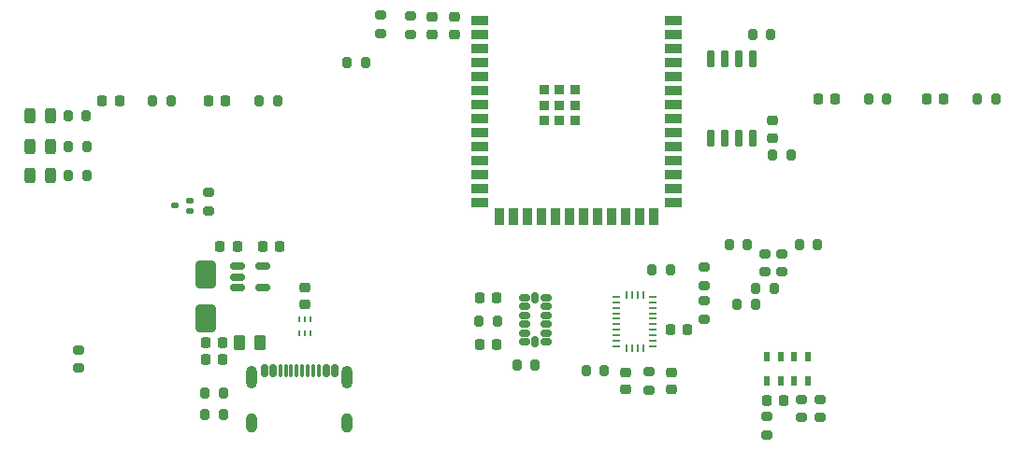
<source format=gtp>
G04 #@! TF.GenerationSoftware,KiCad,Pcbnew,8.0.5*
G04 #@! TF.CreationDate,2024-11-13T12:29:25-06:00*
G04 #@! TF.ProjectId,APG_Sensor_Test_Board,4150475f-5365-46e7-936f-725f54657374,rev?*
G04 #@! TF.SameCoordinates,Original*
G04 #@! TF.FileFunction,Paste,Top*
G04 #@! TF.FilePolarity,Positive*
%FSLAX46Y46*%
G04 Gerber Fmt 4.6, Leading zero omitted, Abs format (unit mm)*
G04 Created by KiCad (PCBNEW 8.0.5) date 2024-11-13 12:29:25*
%MOMM*%
%LPD*%
G01*
G04 APERTURE LIST*
G04 Aperture macros list*
%AMRoundRect*
0 Rectangle with rounded corners*
0 $1 Rounding radius*
0 $2 $3 $4 $5 $6 $7 $8 $9 X,Y pos of 4 corners*
0 Add a 4 corners polygon primitive as box body*
4,1,4,$2,$3,$4,$5,$6,$7,$8,$9,$2,$3,0*
0 Add four circle primitives for the rounded corners*
1,1,$1+$1,$2,$3*
1,1,$1+$1,$4,$5*
1,1,$1+$1,$6,$7*
1,1,$1+$1,$8,$9*
0 Add four rect primitives between the rounded corners*
20,1,$1+$1,$2,$3,$4,$5,0*
20,1,$1+$1,$4,$5,$6,$7,0*
20,1,$1+$1,$6,$7,$8,$9,0*
20,1,$1+$1,$8,$9,$2,$3,0*%
G04 Aperture macros list end*
%ADD10RoundRect,0.150000X-0.150000X0.650000X-0.150000X-0.650000X0.150000X-0.650000X0.150000X0.650000X0*%
%ADD11RoundRect,0.200000X0.200000X0.275000X-0.200000X0.275000X-0.200000X-0.275000X0.200000X-0.275000X0*%
%ADD12RoundRect,0.050000X0.050000X-0.190000X0.050000X0.190000X-0.050000X0.190000X-0.050000X-0.190000X0*%
%ADD13RoundRect,0.150000X-0.325000X-0.150000X0.325000X-0.150000X0.325000X0.150000X-0.325000X0.150000X0*%
%ADD14RoundRect,0.150000X-0.150000X-0.325000X0.150000X-0.325000X0.150000X0.325000X-0.150000X0.325000X0*%
%ADD15RoundRect,0.200000X-0.200000X-0.275000X0.200000X-0.275000X0.200000X0.275000X-0.200000X0.275000X0*%
%ADD16RoundRect,0.150000X-0.150000X-0.425000X0.150000X-0.425000X0.150000X0.425000X-0.150000X0.425000X0*%
%ADD17RoundRect,0.075000X-0.075000X-0.500000X0.075000X-0.500000X0.075000X0.500000X-0.075000X0.500000X0*%
%ADD18O,1.000000X2.100000*%
%ADD19O,1.000000X1.800000*%
%ADD20RoundRect,0.225000X0.225000X0.250000X-0.225000X0.250000X-0.225000X-0.250000X0.225000X-0.250000X0*%
%ADD21RoundRect,0.200000X-0.275000X0.200000X-0.275000X-0.200000X0.275000X-0.200000X0.275000X0.200000X0*%
%ADD22RoundRect,0.225000X-0.250000X0.225000X-0.250000X-0.225000X0.250000X-0.225000X0.250000X0.225000X0*%
%ADD23R,0.550000X0.950000*%
%ADD24RoundRect,0.250000X0.262500X0.450000X-0.262500X0.450000X-0.262500X-0.450000X0.262500X-0.450000X0*%
%ADD25RoundRect,0.150000X-0.512500X-0.150000X0.512500X-0.150000X0.512500X0.150000X-0.512500X0.150000X0*%
%ADD26RoundRect,0.200000X0.275000X-0.200000X0.275000X0.200000X-0.275000X0.200000X-0.275000X-0.200000X0*%
%ADD27RoundRect,0.225000X0.250000X-0.225000X0.250000X0.225000X-0.250000X0.225000X-0.250000X-0.225000X0*%
%ADD28RoundRect,0.243750X0.243750X0.456250X-0.243750X0.456250X-0.243750X-0.456250X0.243750X-0.456250X0*%
%ADD29RoundRect,0.125000X0.175000X0.125000X-0.175000X0.125000X-0.175000X-0.125000X0.175000X-0.125000X0*%
%ADD30RoundRect,0.225000X-0.225000X-0.250000X0.225000X-0.250000X0.225000X0.250000X-0.225000X0.250000X0*%
%ADD31R,0.675000X0.254000*%
%ADD32R,0.254000X0.675000*%
%ADD33RoundRect,0.250000X-0.650000X1.000000X-0.650000X-1.000000X0.650000X-1.000000X0.650000X1.000000X0*%
%ADD34R,0.900000X0.900000*%
%ADD35R,1.500000X0.900000*%
%ADD36R,0.900000X1.500000*%
G04 APERTURE END LIST*
D10*
X165205000Y-54950000D03*
X163935000Y-54950000D03*
X162665000Y-54950000D03*
X161395000Y-54950000D03*
X161395000Y-62150000D03*
X162665000Y-62150000D03*
X163935000Y-62150000D03*
X165205000Y-62150000D03*
D11*
X165450000Y-77275000D03*
X163800000Y-77275000D03*
D12*
X124200000Y-79900000D03*
X124700000Y-79900000D03*
X125200000Y-79900000D03*
X125200000Y-78600000D03*
X124700000Y-78600000D03*
X124200000Y-78600000D03*
D13*
X144550000Y-76650000D03*
X144550000Y-77450000D03*
X144550000Y-78250000D03*
X144550000Y-79050000D03*
X144550000Y-79850000D03*
X144550000Y-80650000D03*
D14*
X145550000Y-80650000D03*
D13*
X146550000Y-80650000D03*
X146550000Y-79850000D03*
X146550000Y-79050000D03*
X146550000Y-78250000D03*
X146550000Y-77450000D03*
X146550000Y-76650000D03*
D14*
X145550000Y-76650000D03*
D15*
X163100000Y-71800000D03*
X164750000Y-71800000D03*
D16*
X121000000Y-83270000D03*
X121800000Y-83270000D03*
D17*
X122950000Y-83270000D03*
X123950000Y-83270000D03*
X124450000Y-83270000D03*
X125450000Y-83270000D03*
D16*
X126600000Y-83270000D03*
X127400000Y-83270000D03*
X127400000Y-83270000D03*
X126600000Y-83270000D03*
D17*
X125950000Y-83270000D03*
X124950000Y-83270000D03*
X123450000Y-83270000D03*
X122450000Y-83270000D03*
D16*
X121800000Y-83270000D03*
X121000000Y-83270000D03*
D18*
X119880000Y-83845000D03*
D19*
X119880000Y-88025000D03*
D18*
X128520000Y-83845000D03*
D19*
X128520000Y-88025000D03*
D11*
X171100000Y-71800000D03*
X169450000Y-71800000D03*
D15*
X143900000Y-82700000D03*
X145550000Y-82700000D03*
D20*
X142025000Y-76650000D03*
X140475000Y-76650000D03*
D21*
X171300000Y-85875000D03*
X171300000Y-87525000D03*
D11*
X122212500Y-58750000D03*
X120562500Y-58750000D03*
X166855000Y-52750000D03*
X165205000Y-52750000D03*
D20*
X117525000Y-58750000D03*
X115975000Y-58750000D03*
D11*
X168700000Y-63650000D03*
X167050000Y-63650000D03*
D22*
X138208332Y-51200000D03*
X138208332Y-52750000D03*
D21*
X160850000Y-73875000D03*
X160850000Y-75525000D03*
D23*
X166500000Y-84150000D03*
X167750000Y-84150000D03*
X169000000Y-84150000D03*
X170250000Y-84150000D03*
X170250000Y-82000000D03*
X169000000Y-82000000D03*
X167750000Y-82000000D03*
X166500000Y-82000000D03*
D24*
X120612500Y-80750000D03*
X118787500Y-80750000D03*
D21*
X116000000Y-67100000D03*
X116000000Y-68750000D03*
D11*
X157775000Y-74100000D03*
X156125000Y-74100000D03*
D25*
X118562500Y-73800000D03*
X118562500Y-74750000D03*
X118562500Y-75700000D03*
X120837500Y-75700000D03*
X120837500Y-73800000D03*
D11*
X117275000Y-87250000D03*
X115625000Y-87250000D03*
D22*
X153750000Y-83425000D03*
X153750000Y-84975000D03*
D26*
X169650000Y-87525000D03*
X169650000Y-85875000D03*
D21*
X134250000Y-51100000D03*
X134250000Y-52750000D03*
D27*
X167050000Y-62150000D03*
X167050000Y-60600000D03*
D20*
X118562500Y-72000000D03*
X117012500Y-72000000D03*
D11*
X104925000Y-62900000D03*
X103275000Y-62900000D03*
D26*
X160850000Y-78575000D03*
X160850000Y-76925000D03*
X166500000Y-89075000D03*
X166500000Y-87425000D03*
D11*
X187225000Y-58650000D03*
X185575000Y-58650000D03*
D28*
X101687500Y-62900000D03*
X99812500Y-62900000D03*
D21*
X167875000Y-72650000D03*
X167875000Y-74300000D03*
D11*
X151775000Y-83250000D03*
X150125000Y-83250000D03*
D29*
X114250000Y-68800000D03*
X114250000Y-67800000D03*
X112950000Y-68300000D03*
D30*
X157775000Y-79550000D03*
X159325000Y-79550000D03*
D20*
X182525000Y-58650000D03*
X180975000Y-58650000D03*
D28*
X101687500Y-65550000D03*
X99812500Y-65550000D03*
D20*
X117225000Y-82250000D03*
X115675000Y-82250000D03*
D15*
X128502500Y-55290000D03*
X130152500Y-55290000D03*
D26*
X131500000Y-52675000D03*
X131500000Y-51025000D03*
D22*
X124700000Y-75725000D03*
X124700000Y-77275000D03*
D26*
X104200000Y-83025000D03*
X104200000Y-81375000D03*
D20*
X107875000Y-58750000D03*
X106325000Y-58750000D03*
D11*
X177375000Y-58650000D03*
X175725000Y-58650000D03*
D21*
X166325000Y-72650000D03*
X166325000Y-74300000D03*
D20*
X142025000Y-80850000D03*
X140475000Y-80850000D03*
D11*
X104925000Y-65550000D03*
X103275000Y-65550000D03*
D26*
X155800000Y-84987500D03*
X155800000Y-83337500D03*
D11*
X117275000Y-85250000D03*
X115625000Y-85250000D03*
D20*
X117225000Y-80750000D03*
X115675000Y-80750000D03*
D11*
X112562500Y-58750000D03*
X110912500Y-58750000D03*
X167150000Y-75775000D03*
X165500000Y-75775000D03*
D31*
X152887500Y-81050000D03*
D32*
X153800000Y-81187500D03*
X154300000Y-81187500D03*
X154800000Y-81187500D03*
X155300000Y-81187500D03*
D31*
X156212500Y-81050000D03*
X156212500Y-80550000D03*
X156212500Y-80050000D03*
X156212500Y-79550000D03*
X156212500Y-79050000D03*
X156212500Y-78550000D03*
X156212500Y-78050000D03*
X156212500Y-77550000D03*
X156212500Y-77050000D03*
X156212500Y-76550000D03*
D32*
X155300000Y-76412500D03*
X154800000Y-76412500D03*
X154300000Y-76412500D03*
X153800000Y-76412500D03*
D31*
X152887500Y-76550000D03*
X152887500Y-77050000D03*
X152887500Y-77550000D03*
X152887500Y-78050000D03*
X152887500Y-78550000D03*
X152887500Y-79050000D03*
X152887500Y-79550000D03*
X152887500Y-80050000D03*
X152887500Y-80550000D03*
D11*
X104875000Y-60150000D03*
X103225000Y-60150000D03*
D20*
X172725000Y-58650000D03*
X171175000Y-58650000D03*
D22*
X157850000Y-83425000D03*
X157850000Y-84975000D03*
D15*
X140462500Y-78750000D03*
X142112500Y-78750000D03*
D22*
X136229166Y-51200000D03*
X136229166Y-52750000D03*
D33*
X115700000Y-74500000D03*
X115700000Y-78500000D03*
D28*
X101650000Y-60150000D03*
X99775000Y-60150000D03*
D30*
X166500000Y-85925000D03*
X168050000Y-85925000D03*
X120837500Y-72000000D03*
X122387500Y-72000000D03*
D34*
X146350000Y-57800000D03*
X146350000Y-59200000D03*
X146350000Y-60600000D03*
X147750000Y-57800000D03*
X147750000Y-59200000D03*
X147750000Y-60600000D03*
X149150000Y-57800000D03*
X149150000Y-59200000D03*
X149150000Y-60600000D03*
D35*
X140500000Y-51480000D03*
X140500000Y-52750000D03*
X140500000Y-54020000D03*
X140500000Y-55290000D03*
X140500000Y-56560000D03*
X140500000Y-57830000D03*
X140500000Y-59100000D03*
X140500000Y-60370000D03*
X140500000Y-61640000D03*
X140500000Y-62910000D03*
X140500000Y-64180000D03*
X140500000Y-65450000D03*
X140500000Y-66720000D03*
X140500000Y-67990000D03*
D36*
X142265000Y-69240000D03*
X143535000Y-69240000D03*
X144805000Y-69240000D03*
X146075000Y-69240000D03*
X147345000Y-69240000D03*
X148615000Y-69240000D03*
X149885000Y-69240000D03*
X151155000Y-69240000D03*
X152425000Y-69240000D03*
X153695000Y-69240000D03*
X154965000Y-69240000D03*
X156235000Y-69240000D03*
D35*
X158000000Y-67990000D03*
X158000000Y-66720000D03*
X158000000Y-65450000D03*
X158000000Y-64180000D03*
X158000000Y-62910000D03*
X158000000Y-61640000D03*
X158000000Y-60370000D03*
X158000000Y-59100000D03*
X158000000Y-57830000D03*
X158000000Y-56560000D03*
X158000000Y-55290000D03*
X158000000Y-54020000D03*
X158000000Y-52750000D03*
X158000000Y-51480000D03*
M02*

</source>
